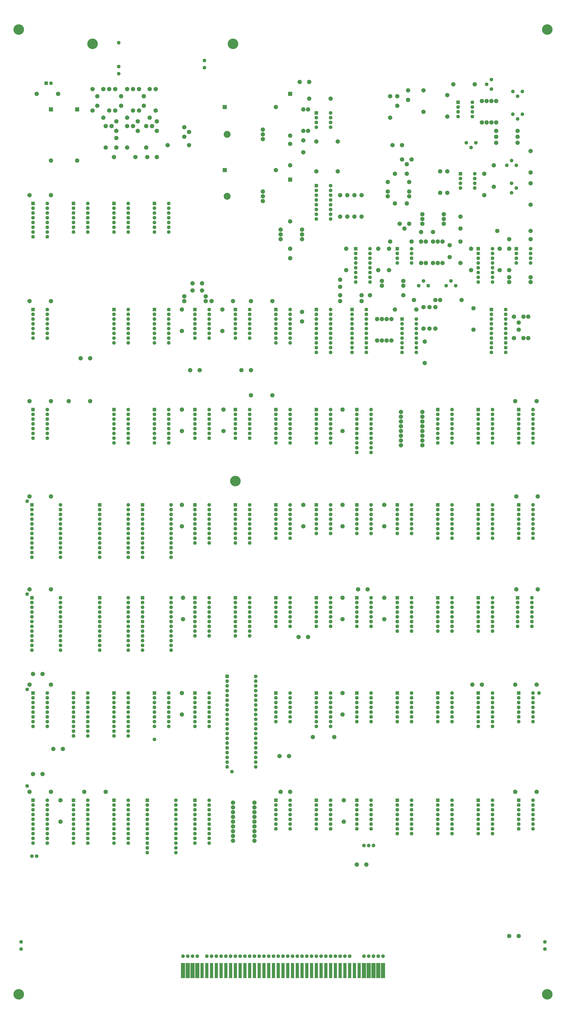
<source format=gbr>
G04 #@! TF.GenerationSoftware,KiCad,Pcbnew,(5.1.5)-3*
G04 #@! TF.CreationDate,2021-04-13T21:01:33-06:00*
G04 #@! TF.ProjectId,Star_Wars_Vector_PCB,53746172-5f57-4617-9273-5f566563746f,rev?*
G04 #@! TF.SameCoordinates,Original*
G04 #@! TF.FileFunction,Soldermask,Bot*
G04 #@! TF.FilePolarity,Negative*
%FSLAX46Y46*%
G04 Gerber Fmt 4.6, Leading zero omitted, Abs format (unit mm)*
G04 Created by KiCad (PCBNEW (5.1.5)-3) date 2021-04-13 21:01:33*
%MOMM*%
%LPD*%
G04 APERTURE LIST*
%ADD10C,5.607000*%
%ADD11C,1.924000*%
%ADD12R,1.924000X1.924000*%
%ADD13C,2.305000*%
%ADD14C,0.100000*%
%ADD15R,2.305000X2.305000*%
%ADD16C,3.702000*%
G04 APERTURE END LIST*
D10*
X30480000Y-567055000D03*
X312420000Y-567055000D03*
X146050000Y-293370000D03*
X30480000Y-52705000D03*
X69850000Y-60325000D03*
X144780000Y-60325000D03*
X312420000Y-52705000D03*
D11*
X34925000Y-304165000D03*
X34925000Y-353695000D03*
X144145000Y-448310000D03*
X102870000Y-431165000D03*
X307975000Y-406400000D03*
X34925000Y-404495000D03*
X40005000Y-493395000D03*
X37465000Y-493395000D03*
X125730000Y-546735000D03*
X123190000Y-546735000D03*
X219710000Y-487680000D03*
X214630000Y-487680000D03*
X217170000Y-487680000D03*
X214630000Y-546735000D03*
X217170000Y-546735000D03*
X146050000Y-546735000D03*
X148590000Y-546735000D03*
X151130000Y-546735000D03*
X153670000Y-546735000D03*
X156210000Y-546735000D03*
X158750000Y-546735000D03*
X161290000Y-546735000D03*
X163830000Y-546735000D03*
X166370000Y-546735000D03*
X168910000Y-546735000D03*
X171450000Y-546735000D03*
X173990000Y-546735000D03*
X176530000Y-546735000D03*
X179070000Y-546735000D03*
X181610000Y-546735000D03*
X184150000Y-546735000D03*
X143510000Y-546735000D03*
X140970000Y-546735000D03*
X138430000Y-546735000D03*
X135890000Y-546735000D03*
X133350000Y-546735000D03*
X130810000Y-546735000D03*
X186690000Y-546735000D03*
X189230000Y-546735000D03*
X191770000Y-546735000D03*
X194310000Y-546735000D03*
X196850000Y-546735000D03*
X199390000Y-546735000D03*
X201930000Y-546735000D03*
X204470000Y-546735000D03*
X207010000Y-546735000D03*
X34925000Y-455930000D03*
X129540000Y-73025000D03*
X129540000Y-69215000D03*
X83820000Y-59690000D03*
X83820000Y-76200000D03*
X83820000Y-72390000D03*
X219710000Y-546735000D03*
X120650000Y-546735000D03*
X118110000Y-546735000D03*
X31750000Y-542925000D03*
X31750000Y-539115000D03*
X222250000Y-546735000D03*
X224790000Y-546735000D03*
X297180000Y-471170000D03*
X297180000Y-468630000D03*
D12*
X297180000Y-463550000D03*
D11*
X297180000Y-466090000D03*
X297180000Y-473710000D03*
X297180000Y-476250000D03*
X297180000Y-478790000D03*
X304800000Y-478790000D03*
X304800000Y-476250000D03*
X304800000Y-473710000D03*
X304800000Y-471170000D03*
X304800000Y-468630000D03*
X304800000Y-466090000D03*
X304800000Y-463550000D03*
X275590000Y-471170000D03*
X275590000Y-468630000D03*
X275590000Y-466090000D03*
D12*
X275590000Y-463550000D03*
D11*
X275590000Y-473710000D03*
X275590000Y-476250000D03*
X275590000Y-478790000D03*
X275590000Y-481330000D03*
X283210000Y-481330000D03*
X283210000Y-478790000D03*
X283210000Y-476250000D03*
X283210000Y-473710000D03*
X283210000Y-471170000D03*
X283210000Y-468630000D03*
X283210000Y-466090000D03*
X283210000Y-463550000D03*
X254000000Y-471170000D03*
X254000000Y-468630000D03*
X254000000Y-466090000D03*
D12*
X254000000Y-463550000D03*
D11*
X254000000Y-473710000D03*
X254000000Y-476250000D03*
X254000000Y-478790000D03*
X254000000Y-481330000D03*
X261620000Y-481330000D03*
X261620000Y-478790000D03*
X261620000Y-476250000D03*
X261620000Y-473710000D03*
X261620000Y-471170000D03*
X261620000Y-468630000D03*
X261620000Y-466090000D03*
X261620000Y-463550000D03*
X232410000Y-471170000D03*
X232410000Y-468630000D03*
X232410000Y-466090000D03*
D12*
X232410000Y-463550000D03*
D11*
X232410000Y-473710000D03*
X232410000Y-476250000D03*
X232410000Y-478790000D03*
X232410000Y-481330000D03*
X240030000Y-481330000D03*
X240030000Y-478790000D03*
X240030000Y-476250000D03*
X240030000Y-473710000D03*
X240030000Y-471170000D03*
X240030000Y-468630000D03*
X240030000Y-466090000D03*
X240030000Y-463550000D03*
X210820000Y-471170000D03*
X210820000Y-468630000D03*
D12*
X210820000Y-463550000D03*
D11*
X210820000Y-466090000D03*
X210820000Y-473710000D03*
X210820000Y-476250000D03*
X210820000Y-478790000D03*
X218440000Y-478790000D03*
X218440000Y-476250000D03*
X218440000Y-473710000D03*
X218440000Y-471170000D03*
X218440000Y-468630000D03*
X218440000Y-466090000D03*
X218440000Y-463550000D03*
X189230000Y-471170000D03*
X189230000Y-468630000D03*
D12*
X189230000Y-463550000D03*
D11*
X189230000Y-466090000D03*
X189230000Y-473710000D03*
X189230000Y-476250000D03*
X189230000Y-478790000D03*
X196850000Y-478790000D03*
X196850000Y-476250000D03*
X196850000Y-473710000D03*
X196850000Y-471170000D03*
X196850000Y-468630000D03*
X196850000Y-466090000D03*
X196850000Y-463550000D03*
D12*
X124460000Y-463550000D03*
D11*
X124460000Y-466090000D03*
X124460000Y-468630000D03*
X124460000Y-471170000D03*
X124460000Y-473710000D03*
X124460000Y-476250000D03*
X124460000Y-478790000D03*
X124460000Y-481330000D03*
X124460000Y-483870000D03*
X124460000Y-486410000D03*
X132080000Y-486410000D03*
X132080000Y-483870000D03*
X132080000Y-481330000D03*
X132080000Y-478790000D03*
X132080000Y-476250000D03*
X132080000Y-473710000D03*
X132080000Y-471170000D03*
X132080000Y-468630000D03*
X132080000Y-466090000D03*
X132080000Y-463550000D03*
D12*
X99060000Y-463550000D03*
D11*
X99060000Y-466090000D03*
X99060000Y-468630000D03*
X99060000Y-471170000D03*
X99060000Y-473710000D03*
X99060000Y-476250000D03*
X99060000Y-478790000D03*
X99060000Y-481330000D03*
X99060000Y-483870000D03*
X99060000Y-486410000D03*
X99060000Y-488950000D03*
X99060000Y-491490000D03*
X114300000Y-491490000D03*
X114300000Y-488950000D03*
X114300000Y-486410000D03*
X114300000Y-483870000D03*
X114300000Y-481330000D03*
X114300000Y-478790000D03*
X114300000Y-476250000D03*
X114300000Y-473710000D03*
X114300000Y-471170000D03*
X114300000Y-468630000D03*
X114300000Y-466090000D03*
X114300000Y-463550000D03*
D12*
X81280000Y-463550000D03*
D11*
X81280000Y-466090000D03*
X81280000Y-468630000D03*
X81280000Y-471170000D03*
X81280000Y-473710000D03*
X81280000Y-476250000D03*
X81280000Y-478790000D03*
X81280000Y-481330000D03*
X81280000Y-483870000D03*
X81280000Y-486410000D03*
X88900000Y-486410000D03*
X88900000Y-483870000D03*
X88900000Y-481330000D03*
X88900000Y-478790000D03*
X88900000Y-476250000D03*
X88900000Y-473710000D03*
X88900000Y-471170000D03*
X88900000Y-468630000D03*
X88900000Y-466090000D03*
X88900000Y-463550000D03*
D12*
X59690000Y-463550000D03*
D11*
X59690000Y-466090000D03*
X59690000Y-468630000D03*
X59690000Y-471170000D03*
X59690000Y-473710000D03*
X59690000Y-476250000D03*
X59690000Y-478790000D03*
X59690000Y-481330000D03*
X59690000Y-483870000D03*
X59690000Y-486410000D03*
X67310000Y-486410000D03*
X67310000Y-483870000D03*
X67310000Y-481330000D03*
X67310000Y-478790000D03*
X67310000Y-476250000D03*
X67310000Y-473710000D03*
X67310000Y-471170000D03*
X67310000Y-468630000D03*
X67310000Y-466090000D03*
X67310000Y-463550000D03*
D12*
X38100000Y-463550000D03*
D11*
X38100000Y-466090000D03*
X38100000Y-468630000D03*
X38100000Y-471170000D03*
X38100000Y-473710000D03*
X38100000Y-476250000D03*
X38100000Y-478790000D03*
X38100000Y-481330000D03*
X38100000Y-483870000D03*
X38100000Y-486410000D03*
X45720000Y-486410000D03*
X45720000Y-483870000D03*
X45720000Y-481330000D03*
X45720000Y-478790000D03*
X45720000Y-476250000D03*
X45720000Y-473710000D03*
X45720000Y-471170000D03*
X45720000Y-468630000D03*
X45720000Y-466090000D03*
X45720000Y-463550000D03*
X297180000Y-414020000D03*
X297180000Y-411480000D03*
D12*
X297180000Y-406400000D03*
D11*
X297180000Y-408940000D03*
X297180000Y-416560000D03*
X297180000Y-419100000D03*
X297180000Y-421640000D03*
X304800000Y-421640000D03*
X304800000Y-419100000D03*
X304800000Y-416560000D03*
X304800000Y-414020000D03*
X304800000Y-411480000D03*
X304800000Y-408940000D03*
X304800000Y-406400000D03*
X275590000Y-414020000D03*
X275590000Y-411480000D03*
X275590000Y-408940000D03*
D12*
X275590000Y-406400000D03*
D11*
X275590000Y-416560000D03*
X275590000Y-419100000D03*
X275590000Y-421640000D03*
X275590000Y-424180000D03*
X283210000Y-424180000D03*
X283210000Y-421640000D03*
X283210000Y-419100000D03*
X283210000Y-416560000D03*
X283210000Y-414020000D03*
X283210000Y-411480000D03*
X283210000Y-408940000D03*
X283210000Y-406400000D03*
X254000000Y-414020000D03*
X254000000Y-411480000D03*
D12*
X254000000Y-406400000D03*
D11*
X254000000Y-408940000D03*
X254000000Y-416560000D03*
X254000000Y-419100000D03*
X254000000Y-421640000D03*
X261620000Y-421640000D03*
X261620000Y-419100000D03*
X261620000Y-416560000D03*
X261620000Y-414020000D03*
X261620000Y-411480000D03*
X261620000Y-408940000D03*
X261620000Y-406400000D03*
X232410000Y-414020000D03*
X232410000Y-411480000D03*
D12*
X232410000Y-406400000D03*
D11*
X232410000Y-408940000D03*
X232410000Y-416560000D03*
X232410000Y-419100000D03*
X232410000Y-421640000D03*
X240030000Y-421640000D03*
X240030000Y-419100000D03*
X240030000Y-416560000D03*
X240030000Y-414020000D03*
X240030000Y-411480000D03*
X240030000Y-408940000D03*
X240030000Y-406400000D03*
X210820000Y-414020000D03*
X210820000Y-411480000D03*
D12*
X210820000Y-406400000D03*
D11*
X210820000Y-408940000D03*
X210820000Y-416560000D03*
X210820000Y-419100000D03*
X210820000Y-421640000D03*
X218440000Y-421640000D03*
X218440000Y-419100000D03*
X218440000Y-416560000D03*
X218440000Y-414020000D03*
X218440000Y-411480000D03*
X218440000Y-408940000D03*
X218440000Y-406400000D03*
X189230000Y-414020000D03*
X189230000Y-411480000D03*
X189230000Y-408940000D03*
D12*
X189230000Y-406400000D03*
D11*
X189230000Y-416560000D03*
X189230000Y-419100000D03*
X189230000Y-421640000D03*
X189230000Y-424180000D03*
X196850000Y-424180000D03*
X196850000Y-421640000D03*
X196850000Y-419100000D03*
X196850000Y-416560000D03*
X196850000Y-414020000D03*
X196850000Y-411480000D03*
X196850000Y-408940000D03*
X196850000Y-406400000D03*
X167640000Y-414020000D03*
X167640000Y-411480000D03*
D12*
X167640000Y-406400000D03*
D11*
X167640000Y-408940000D03*
X167640000Y-416560000D03*
X167640000Y-419100000D03*
X167640000Y-421640000D03*
X175260000Y-421640000D03*
X175260000Y-419100000D03*
X175260000Y-416560000D03*
X175260000Y-414020000D03*
X175260000Y-411480000D03*
X175260000Y-408940000D03*
X175260000Y-406400000D03*
X156845000Y-427990000D03*
X156845000Y-430530000D03*
X156845000Y-433070000D03*
X156845000Y-435610000D03*
X156845000Y-438150000D03*
X156845000Y-440690000D03*
X156845000Y-443230000D03*
X156845000Y-445770000D03*
X141605000Y-445770000D03*
X141605000Y-443230000D03*
X141605000Y-440690000D03*
X141605000Y-438150000D03*
X141605000Y-435610000D03*
X141605000Y-433070000D03*
X141605000Y-430530000D03*
X141605000Y-427990000D03*
D12*
X141605000Y-397510000D03*
D11*
X141605000Y-400050000D03*
X141605000Y-402590000D03*
X141605000Y-405130000D03*
X141605000Y-407670000D03*
X141605000Y-410210000D03*
X141605000Y-412750000D03*
X141605000Y-415290000D03*
X141605000Y-417830000D03*
X141605000Y-420370000D03*
X141605000Y-422910000D03*
X141605000Y-425450000D03*
X156845000Y-425450000D03*
X156845000Y-422910000D03*
X156845000Y-420370000D03*
X156845000Y-417830000D03*
X156845000Y-415290000D03*
X156845000Y-412750000D03*
X156845000Y-410210000D03*
X156845000Y-407670000D03*
X156845000Y-405130000D03*
X156845000Y-402590000D03*
X156845000Y-400050000D03*
X156845000Y-397510000D03*
X124460000Y-414020000D03*
X124460000Y-411480000D03*
X124460000Y-408940000D03*
D12*
X124460000Y-406400000D03*
D11*
X124460000Y-416560000D03*
X124460000Y-419100000D03*
X124460000Y-421640000D03*
X124460000Y-424180000D03*
X132080000Y-424180000D03*
X132080000Y-421640000D03*
X132080000Y-419100000D03*
X132080000Y-416560000D03*
X132080000Y-414020000D03*
X132080000Y-411480000D03*
X132080000Y-408940000D03*
X132080000Y-406400000D03*
X102870000Y-414020000D03*
X102870000Y-411480000D03*
X102870000Y-408940000D03*
D12*
X102870000Y-406400000D03*
D11*
X102870000Y-416560000D03*
X102870000Y-419100000D03*
X102870000Y-421640000D03*
X102870000Y-424180000D03*
X110490000Y-424180000D03*
X110490000Y-421640000D03*
X110490000Y-419100000D03*
X110490000Y-416560000D03*
X110490000Y-414020000D03*
X110490000Y-411480000D03*
X110490000Y-408940000D03*
X110490000Y-406400000D03*
D12*
X81280000Y-406400000D03*
D11*
X81280000Y-408940000D03*
X81280000Y-411480000D03*
X81280000Y-414020000D03*
X81280000Y-416560000D03*
X81280000Y-419100000D03*
X81280000Y-421640000D03*
X81280000Y-424180000D03*
X81280000Y-426720000D03*
X81280000Y-429260000D03*
X88900000Y-429260000D03*
X88900000Y-426720000D03*
X88900000Y-424180000D03*
X88900000Y-421640000D03*
X88900000Y-419100000D03*
X88900000Y-416560000D03*
X88900000Y-414020000D03*
X88900000Y-411480000D03*
X88900000Y-408940000D03*
X88900000Y-406400000D03*
D12*
X59690000Y-406400000D03*
D11*
X59690000Y-408940000D03*
X59690000Y-411480000D03*
X59690000Y-414020000D03*
X59690000Y-416560000D03*
X59690000Y-419100000D03*
X59690000Y-421640000D03*
X59690000Y-424180000D03*
X59690000Y-426720000D03*
X59690000Y-429260000D03*
X67310000Y-429260000D03*
X67310000Y-426720000D03*
X67310000Y-424180000D03*
X67310000Y-421640000D03*
X67310000Y-419100000D03*
X67310000Y-416560000D03*
X67310000Y-414020000D03*
X67310000Y-411480000D03*
X67310000Y-408940000D03*
X67310000Y-406400000D03*
X38100000Y-414020000D03*
X38100000Y-411480000D03*
X38100000Y-408940000D03*
D12*
X38100000Y-406400000D03*
D11*
X38100000Y-416560000D03*
X38100000Y-419100000D03*
X38100000Y-421640000D03*
X38100000Y-424180000D03*
X45720000Y-424180000D03*
X45720000Y-421640000D03*
X45720000Y-419100000D03*
X45720000Y-416560000D03*
X45720000Y-414020000D03*
X45720000Y-411480000D03*
X45720000Y-408940000D03*
X45720000Y-406400000D03*
X296545000Y-363220000D03*
X296545000Y-360680000D03*
D12*
X296545000Y-355600000D03*
D11*
X296545000Y-358140000D03*
X296545000Y-365760000D03*
X296545000Y-368300000D03*
X296545000Y-370840000D03*
X304165000Y-370840000D03*
X304165000Y-368300000D03*
X304165000Y-365760000D03*
X304165000Y-363220000D03*
X304165000Y-360680000D03*
X304165000Y-358140000D03*
X304165000Y-355600000D03*
X275590000Y-363220000D03*
X275590000Y-360680000D03*
X275590000Y-358140000D03*
D12*
X275590000Y-355600000D03*
D11*
X275590000Y-365760000D03*
X275590000Y-368300000D03*
X275590000Y-370840000D03*
X275590000Y-373380000D03*
X283210000Y-373380000D03*
X283210000Y-370840000D03*
X283210000Y-368300000D03*
X283210000Y-365760000D03*
X283210000Y-363220000D03*
X283210000Y-360680000D03*
X283210000Y-358140000D03*
X283210000Y-355600000D03*
X254000000Y-363220000D03*
X254000000Y-360680000D03*
X254000000Y-358140000D03*
D12*
X254000000Y-355600000D03*
D11*
X254000000Y-365760000D03*
X254000000Y-368300000D03*
X254000000Y-370840000D03*
X254000000Y-373380000D03*
X261620000Y-373380000D03*
X261620000Y-370840000D03*
X261620000Y-368300000D03*
X261620000Y-365760000D03*
X261620000Y-363220000D03*
X261620000Y-360680000D03*
X261620000Y-358140000D03*
X261620000Y-355600000D03*
X232410000Y-363220000D03*
X232410000Y-360680000D03*
X232410000Y-358140000D03*
D12*
X232410000Y-355600000D03*
D11*
X232410000Y-365760000D03*
X232410000Y-368300000D03*
X232410000Y-370840000D03*
X232410000Y-373380000D03*
X240030000Y-373380000D03*
X240030000Y-370840000D03*
X240030000Y-368300000D03*
X240030000Y-365760000D03*
X240030000Y-363220000D03*
X240030000Y-360680000D03*
X240030000Y-358140000D03*
X240030000Y-355600000D03*
X210820000Y-363220000D03*
X210820000Y-360680000D03*
D12*
X210820000Y-355600000D03*
D11*
X210820000Y-358140000D03*
X210820000Y-365760000D03*
X210820000Y-368300000D03*
X210820000Y-370840000D03*
X218440000Y-370840000D03*
X218440000Y-368300000D03*
X218440000Y-365760000D03*
X218440000Y-363220000D03*
X218440000Y-360680000D03*
X218440000Y-358140000D03*
X218440000Y-355600000D03*
X189230000Y-363220000D03*
X189230000Y-360680000D03*
D12*
X189230000Y-355600000D03*
D11*
X189230000Y-358140000D03*
X189230000Y-365760000D03*
X189230000Y-368300000D03*
X189230000Y-370840000D03*
X196850000Y-370840000D03*
X196850000Y-368300000D03*
X196850000Y-365760000D03*
X196850000Y-363220000D03*
X196850000Y-360680000D03*
X196850000Y-358140000D03*
X196850000Y-355600000D03*
X167640000Y-363220000D03*
X167640000Y-360680000D03*
D12*
X167640000Y-355600000D03*
D11*
X167640000Y-358140000D03*
X167640000Y-365760000D03*
X167640000Y-368300000D03*
X167640000Y-370840000D03*
X175260000Y-370840000D03*
X175260000Y-368300000D03*
X175260000Y-365760000D03*
X175260000Y-363220000D03*
X175260000Y-360680000D03*
X175260000Y-358140000D03*
X175260000Y-355600000D03*
X146050000Y-365760000D03*
X146050000Y-363220000D03*
X146050000Y-360680000D03*
X146050000Y-358140000D03*
D12*
X146050000Y-355600000D03*
D11*
X146050000Y-368300000D03*
X146050000Y-370840000D03*
X146050000Y-373380000D03*
X146050000Y-375920000D03*
X153670000Y-375920000D03*
X153670000Y-373380000D03*
X153670000Y-370840000D03*
X153670000Y-368300000D03*
X153670000Y-365760000D03*
X153670000Y-363220000D03*
X153670000Y-360680000D03*
X153670000Y-358140000D03*
X153670000Y-355600000D03*
X124460000Y-365760000D03*
X124460000Y-363220000D03*
X124460000Y-360680000D03*
X124460000Y-358140000D03*
D12*
X124460000Y-355600000D03*
D11*
X124460000Y-368300000D03*
X124460000Y-370840000D03*
X124460000Y-373380000D03*
X124460000Y-375920000D03*
X132080000Y-375920000D03*
X132080000Y-373380000D03*
X132080000Y-370840000D03*
X132080000Y-368300000D03*
X132080000Y-365760000D03*
X132080000Y-363220000D03*
X132080000Y-360680000D03*
X132080000Y-358140000D03*
X132080000Y-355600000D03*
D12*
X96520000Y-355600000D03*
D11*
X96520000Y-358140000D03*
X96520000Y-360680000D03*
X96520000Y-363220000D03*
X96520000Y-365760000D03*
X96520000Y-368300000D03*
X96520000Y-370840000D03*
X96520000Y-373380000D03*
X96520000Y-375920000D03*
X96520000Y-378460000D03*
X96520000Y-381000000D03*
X96520000Y-383540000D03*
X111760000Y-383540000D03*
X111760000Y-381000000D03*
X111760000Y-378460000D03*
X111760000Y-375920000D03*
X111760000Y-373380000D03*
X111760000Y-370840000D03*
X111760000Y-368300000D03*
X111760000Y-365760000D03*
X111760000Y-363220000D03*
X111760000Y-360680000D03*
X111760000Y-358140000D03*
X111760000Y-355600000D03*
D12*
X73660000Y-355600000D03*
D11*
X73660000Y-358140000D03*
X73660000Y-360680000D03*
X73660000Y-363220000D03*
X73660000Y-365760000D03*
X73660000Y-368300000D03*
X73660000Y-370840000D03*
X73660000Y-373380000D03*
X73660000Y-375920000D03*
X73660000Y-378460000D03*
X73660000Y-381000000D03*
X73660000Y-383540000D03*
X88900000Y-383540000D03*
X88900000Y-381000000D03*
X88900000Y-378460000D03*
X88900000Y-375920000D03*
X88900000Y-373380000D03*
X88900000Y-370840000D03*
X88900000Y-368300000D03*
X88900000Y-365760000D03*
X88900000Y-363220000D03*
X88900000Y-360680000D03*
X88900000Y-358140000D03*
X88900000Y-355600000D03*
D12*
X37465000Y-355600000D03*
D11*
X37465000Y-358140000D03*
X37465000Y-360680000D03*
X37465000Y-363220000D03*
X37465000Y-365760000D03*
X37465000Y-368300000D03*
X37465000Y-370840000D03*
X37465000Y-373380000D03*
X37465000Y-375920000D03*
X37465000Y-378460000D03*
X37465000Y-381000000D03*
X37465000Y-383540000D03*
X52705000Y-383540000D03*
X52705000Y-381000000D03*
X52705000Y-378460000D03*
X52705000Y-375920000D03*
X52705000Y-373380000D03*
X52705000Y-370840000D03*
X52705000Y-368300000D03*
X52705000Y-365760000D03*
X52705000Y-363220000D03*
X52705000Y-360680000D03*
X52705000Y-358140000D03*
X52705000Y-355600000D03*
X297180000Y-313690000D03*
X297180000Y-311150000D03*
X297180000Y-308610000D03*
D12*
X297180000Y-306070000D03*
D11*
X297180000Y-316230000D03*
X297180000Y-318770000D03*
X297180000Y-321310000D03*
X297180000Y-323850000D03*
X304800000Y-323850000D03*
X304800000Y-321310000D03*
X304800000Y-318770000D03*
X304800000Y-316230000D03*
X304800000Y-313690000D03*
X304800000Y-311150000D03*
X304800000Y-308610000D03*
X304800000Y-306070000D03*
X275590000Y-313690000D03*
X275590000Y-311150000D03*
X275590000Y-308610000D03*
D12*
X275590000Y-306070000D03*
D11*
X275590000Y-316230000D03*
X275590000Y-318770000D03*
X275590000Y-321310000D03*
X275590000Y-323850000D03*
X283210000Y-323850000D03*
X283210000Y-321310000D03*
X283210000Y-318770000D03*
X283210000Y-316230000D03*
X283210000Y-313690000D03*
X283210000Y-311150000D03*
X283210000Y-308610000D03*
X283210000Y-306070000D03*
X254000000Y-313690000D03*
X254000000Y-311150000D03*
X254000000Y-308610000D03*
D12*
X254000000Y-306070000D03*
D11*
X254000000Y-316230000D03*
X254000000Y-318770000D03*
X254000000Y-321310000D03*
X254000000Y-323850000D03*
X261620000Y-323850000D03*
X261620000Y-321310000D03*
X261620000Y-318770000D03*
X261620000Y-316230000D03*
X261620000Y-313690000D03*
X261620000Y-311150000D03*
X261620000Y-308610000D03*
X261620000Y-306070000D03*
X232410000Y-313690000D03*
X232410000Y-311150000D03*
D12*
X232410000Y-306070000D03*
D11*
X232410000Y-308610000D03*
X232410000Y-316230000D03*
X232410000Y-318770000D03*
X232410000Y-321310000D03*
X240030000Y-321310000D03*
X240030000Y-318770000D03*
X240030000Y-316230000D03*
X240030000Y-313690000D03*
X240030000Y-311150000D03*
X240030000Y-308610000D03*
X240030000Y-306070000D03*
X210820000Y-313690000D03*
X210820000Y-311150000D03*
D12*
X210820000Y-306070000D03*
D11*
X210820000Y-308610000D03*
X210820000Y-316230000D03*
X210820000Y-318770000D03*
X210820000Y-321310000D03*
X218440000Y-321310000D03*
X218440000Y-318770000D03*
X218440000Y-316230000D03*
X218440000Y-313690000D03*
X218440000Y-311150000D03*
X218440000Y-308610000D03*
X218440000Y-306070000D03*
X189230000Y-313690000D03*
X189230000Y-311150000D03*
D12*
X189230000Y-306070000D03*
D11*
X189230000Y-308610000D03*
X189230000Y-316230000D03*
X189230000Y-318770000D03*
X189230000Y-321310000D03*
X196850000Y-321310000D03*
X196850000Y-318770000D03*
X196850000Y-316230000D03*
X196850000Y-313690000D03*
X196850000Y-311150000D03*
X196850000Y-308610000D03*
X196850000Y-306070000D03*
X167640000Y-313690000D03*
X167640000Y-311150000D03*
X167640000Y-308610000D03*
D12*
X167640000Y-306070000D03*
D11*
X167640000Y-316230000D03*
X167640000Y-318770000D03*
X167640000Y-321310000D03*
X167640000Y-323850000D03*
X175260000Y-323850000D03*
X175260000Y-321310000D03*
X175260000Y-318770000D03*
X175260000Y-316230000D03*
X175260000Y-313690000D03*
X175260000Y-311150000D03*
X175260000Y-308610000D03*
X175260000Y-306070000D03*
X146050000Y-316230000D03*
X146050000Y-313690000D03*
X146050000Y-311150000D03*
X146050000Y-308610000D03*
D12*
X146050000Y-306070000D03*
D11*
X146050000Y-318770000D03*
X146050000Y-321310000D03*
X146050000Y-323850000D03*
X146050000Y-326390000D03*
X153670000Y-326390000D03*
X153670000Y-323850000D03*
X153670000Y-321310000D03*
X153670000Y-318770000D03*
X153670000Y-316230000D03*
X153670000Y-313690000D03*
X153670000Y-311150000D03*
X153670000Y-308610000D03*
X153670000Y-306070000D03*
X124460000Y-316230000D03*
X124460000Y-313690000D03*
X124460000Y-311150000D03*
X124460000Y-308610000D03*
D12*
X124460000Y-306070000D03*
D11*
X124460000Y-318770000D03*
X124460000Y-321310000D03*
X124460000Y-323850000D03*
X124460000Y-326390000D03*
X132080000Y-326390000D03*
X132080000Y-323850000D03*
X132080000Y-321310000D03*
X132080000Y-318770000D03*
X132080000Y-316230000D03*
X132080000Y-313690000D03*
X132080000Y-311150000D03*
X132080000Y-308610000D03*
X132080000Y-306070000D03*
D12*
X96520000Y-306070000D03*
D11*
X96520000Y-308610000D03*
X96520000Y-311150000D03*
X96520000Y-313690000D03*
X96520000Y-316230000D03*
X96520000Y-318770000D03*
X96520000Y-321310000D03*
X96520000Y-323850000D03*
X96520000Y-326390000D03*
X96520000Y-328930000D03*
X96520000Y-331470000D03*
X96520000Y-334010000D03*
X111760000Y-334010000D03*
X111760000Y-331470000D03*
X111760000Y-328930000D03*
X111760000Y-326390000D03*
X111760000Y-323850000D03*
X111760000Y-321310000D03*
X111760000Y-318770000D03*
X111760000Y-316230000D03*
X111760000Y-313690000D03*
X111760000Y-311150000D03*
X111760000Y-308610000D03*
X111760000Y-306070000D03*
D12*
X73660000Y-306070000D03*
D11*
X73660000Y-308610000D03*
X73660000Y-311150000D03*
X73660000Y-313690000D03*
X73660000Y-316230000D03*
X73660000Y-318770000D03*
X73660000Y-321310000D03*
X73660000Y-323850000D03*
X73660000Y-326390000D03*
X73660000Y-328930000D03*
X73660000Y-331470000D03*
X73660000Y-334010000D03*
X88900000Y-334010000D03*
X88900000Y-331470000D03*
X88900000Y-328930000D03*
X88900000Y-326390000D03*
X88900000Y-323850000D03*
X88900000Y-321310000D03*
X88900000Y-318770000D03*
X88900000Y-316230000D03*
X88900000Y-313690000D03*
X88900000Y-311150000D03*
X88900000Y-308610000D03*
X88900000Y-306070000D03*
D12*
X37465000Y-306070000D03*
D11*
X37465000Y-308610000D03*
X37465000Y-311150000D03*
X37465000Y-313690000D03*
X37465000Y-316230000D03*
X37465000Y-318770000D03*
X37465000Y-321310000D03*
X37465000Y-323850000D03*
X37465000Y-326390000D03*
X37465000Y-328930000D03*
X37465000Y-331470000D03*
X37465000Y-334010000D03*
X52705000Y-334010000D03*
X52705000Y-331470000D03*
X52705000Y-328930000D03*
X52705000Y-326390000D03*
X52705000Y-323850000D03*
X52705000Y-321310000D03*
X52705000Y-318770000D03*
X52705000Y-316230000D03*
X52705000Y-313690000D03*
X52705000Y-311150000D03*
X52705000Y-308610000D03*
X52705000Y-306070000D03*
X297180000Y-262890000D03*
X297180000Y-260350000D03*
X297180000Y-257810000D03*
D12*
X297180000Y-255270000D03*
D11*
X297180000Y-265430000D03*
X297180000Y-267970000D03*
X297180000Y-270510000D03*
X297180000Y-273050000D03*
X304800000Y-273050000D03*
X304800000Y-270510000D03*
X304800000Y-267970000D03*
X304800000Y-265430000D03*
X304800000Y-262890000D03*
X304800000Y-260350000D03*
X304800000Y-257810000D03*
X304800000Y-255270000D03*
X275590000Y-262890000D03*
X275590000Y-260350000D03*
X275590000Y-257810000D03*
D12*
X275590000Y-255270000D03*
D11*
X275590000Y-265430000D03*
X275590000Y-267970000D03*
X275590000Y-270510000D03*
X275590000Y-273050000D03*
X283210000Y-273050000D03*
X283210000Y-270510000D03*
X283210000Y-267970000D03*
X283210000Y-265430000D03*
X283210000Y-262890000D03*
X283210000Y-260350000D03*
X283210000Y-257810000D03*
X283210000Y-255270000D03*
X254000000Y-262890000D03*
X254000000Y-260350000D03*
X254000000Y-257810000D03*
D12*
X254000000Y-255270000D03*
D11*
X254000000Y-265430000D03*
X254000000Y-267970000D03*
X254000000Y-270510000D03*
X254000000Y-273050000D03*
X261620000Y-273050000D03*
X261620000Y-270510000D03*
X261620000Y-267970000D03*
X261620000Y-265430000D03*
X261620000Y-262890000D03*
X261620000Y-260350000D03*
X261620000Y-257810000D03*
X261620000Y-255270000D03*
D12*
X210820000Y-255270000D03*
D11*
X210820000Y-257810000D03*
X210820000Y-260350000D03*
X210820000Y-262890000D03*
X210820000Y-265430000D03*
X210820000Y-267970000D03*
X210820000Y-270510000D03*
X210820000Y-273050000D03*
X210820000Y-275590000D03*
X210820000Y-278130000D03*
X218440000Y-278130000D03*
X218440000Y-275590000D03*
X218440000Y-273050000D03*
X218440000Y-270510000D03*
X218440000Y-267970000D03*
X218440000Y-265430000D03*
X218440000Y-262890000D03*
X218440000Y-260350000D03*
X218440000Y-257810000D03*
X218440000Y-255270000D03*
X189230000Y-262890000D03*
X189230000Y-260350000D03*
X189230000Y-257810000D03*
D12*
X189230000Y-255270000D03*
D11*
X189230000Y-265430000D03*
X189230000Y-267970000D03*
X189230000Y-270510000D03*
X189230000Y-273050000D03*
X196850000Y-273050000D03*
X196850000Y-270510000D03*
X196850000Y-267970000D03*
X196850000Y-265430000D03*
X196850000Y-262890000D03*
X196850000Y-260350000D03*
X196850000Y-257810000D03*
X196850000Y-255270000D03*
X167640000Y-262890000D03*
X167640000Y-260350000D03*
X167640000Y-257810000D03*
D12*
X167640000Y-255270000D03*
D11*
X167640000Y-265430000D03*
X167640000Y-267970000D03*
X167640000Y-270510000D03*
X167640000Y-273050000D03*
X175260000Y-273050000D03*
X175260000Y-270510000D03*
X175260000Y-267970000D03*
X175260000Y-265430000D03*
X175260000Y-262890000D03*
X175260000Y-260350000D03*
X175260000Y-257810000D03*
X175260000Y-255270000D03*
X146050000Y-262890000D03*
X146050000Y-260350000D03*
D12*
X146050000Y-255270000D03*
D11*
X146050000Y-257810000D03*
X146050000Y-265430000D03*
X146050000Y-267970000D03*
X146050000Y-270510000D03*
X153670000Y-270510000D03*
X153670000Y-267970000D03*
X153670000Y-265430000D03*
X153670000Y-262890000D03*
X153670000Y-260350000D03*
X153670000Y-257810000D03*
X153670000Y-255270000D03*
X124460000Y-262890000D03*
X124460000Y-260350000D03*
D12*
X124460000Y-255270000D03*
D11*
X124460000Y-257810000D03*
X124460000Y-265430000D03*
X124460000Y-267970000D03*
X124460000Y-270510000D03*
X132080000Y-270510000D03*
X132080000Y-267970000D03*
X132080000Y-265430000D03*
X132080000Y-262890000D03*
X132080000Y-260350000D03*
X132080000Y-257810000D03*
X132080000Y-255270000D03*
X102870000Y-262890000D03*
X102870000Y-260350000D03*
X102870000Y-257810000D03*
D12*
X102870000Y-255270000D03*
D11*
X102870000Y-265430000D03*
X102870000Y-267970000D03*
X102870000Y-270510000D03*
X102870000Y-273050000D03*
X110490000Y-273050000D03*
X110490000Y-270510000D03*
X110490000Y-267970000D03*
X110490000Y-265430000D03*
X110490000Y-262890000D03*
X110490000Y-260350000D03*
X110490000Y-257810000D03*
X110490000Y-255270000D03*
X81280000Y-262890000D03*
X81280000Y-260350000D03*
X81280000Y-257810000D03*
D12*
X81280000Y-255270000D03*
D11*
X81280000Y-265430000D03*
X81280000Y-267970000D03*
X81280000Y-270510000D03*
X81280000Y-273050000D03*
X88900000Y-273050000D03*
X88900000Y-270510000D03*
X88900000Y-267970000D03*
X88900000Y-265430000D03*
X88900000Y-262890000D03*
X88900000Y-260350000D03*
X88900000Y-257810000D03*
X88900000Y-255270000D03*
X38100000Y-262890000D03*
X38100000Y-260350000D03*
D12*
X38100000Y-255270000D03*
D11*
X38100000Y-257810000D03*
X38100000Y-265430000D03*
X38100000Y-267970000D03*
X38100000Y-270510000D03*
X45720000Y-270510000D03*
X45720000Y-267970000D03*
X45720000Y-265430000D03*
X45720000Y-262890000D03*
X45720000Y-260350000D03*
X45720000Y-257810000D03*
X45720000Y-255270000D03*
D12*
X282575000Y-201930000D03*
D11*
X282575000Y-204470000D03*
X282575000Y-207010000D03*
X282575000Y-209550000D03*
X282575000Y-212090000D03*
X282575000Y-214630000D03*
X282575000Y-217170000D03*
X282575000Y-219710000D03*
X282575000Y-222250000D03*
X282575000Y-224790000D03*
X290195000Y-224790000D03*
X290195000Y-222250000D03*
X290195000Y-219710000D03*
X290195000Y-217170000D03*
X290195000Y-214630000D03*
X290195000Y-212090000D03*
X290195000Y-209550000D03*
X290195000Y-207010000D03*
X290195000Y-204470000D03*
X290195000Y-201930000D03*
X242570000Y-207010000D03*
X242570000Y-209550000D03*
X242570000Y-212090000D03*
X242570000Y-214630000D03*
X242570000Y-217170000D03*
X242570000Y-219710000D03*
X242570000Y-222250000D03*
X242570000Y-224790000D03*
X234950000Y-224790000D03*
X234950000Y-222250000D03*
X234950000Y-219710000D03*
X234950000Y-217170000D03*
D12*
X234950000Y-207010000D03*
D11*
X234950000Y-209550000D03*
X234950000Y-212090000D03*
X234950000Y-214630000D03*
D12*
X208280000Y-201930000D03*
D11*
X208280000Y-204470000D03*
X208280000Y-207010000D03*
X208280000Y-209550000D03*
X208280000Y-212090000D03*
X208280000Y-214630000D03*
X208280000Y-217170000D03*
X208280000Y-219710000D03*
X208280000Y-222250000D03*
X208280000Y-224790000D03*
X215900000Y-224790000D03*
X215900000Y-222250000D03*
X215900000Y-219710000D03*
X215900000Y-217170000D03*
X215900000Y-214630000D03*
X215900000Y-212090000D03*
X215900000Y-209550000D03*
X215900000Y-207010000D03*
X215900000Y-204470000D03*
X215900000Y-201930000D03*
D12*
X189230000Y-201930000D03*
D11*
X189230000Y-204470000D03*
X189230000Y-207010000D03*
X189230000Y-209550000D03*
X189230000Y-212090000D03*
X189230000Y-214630000D03*
X189230000Y-217170000D03*
X189230000Y-219710000D03*
X189230000Y-222250000D03*
X189230000Y-224790000D03*
X196850000Y-224790000D03*
X196850000Y-222250000D03*
X196850000Y-219710000D03*
X196850000Y-217170000D03*
X196850000Y-214630000D03*
X196850000Y-212090000D03*
X196850000Y-209550000D03*
X196850000Y-207010000D03*
X196850000Y-204470000D03*
X196850000Y-201930000D03*
X167640000Y-209550000D03*
X167640000Y-207010000D03*
X167640000Y-204470000D03*
D12*
X167640000Y-201930000D03*
D11*
X167640000Y-212090000D03*
X167640000Y-214630000D03*
X167640000Y-217170000D03*
X167640000Y-219710000D03*
X175260000Y-219710000D03*
X175260000Y-217170000D03*
X175260000Y-214630000D03*
X175260000Y-212090000D03*
X175260000Y-209550000D03*
X175260000Y-207010000D03*
X175260000Y-204470000D03*
X175260000Y-201930000D03*
X146050000Y-209550000D03*
X146050000Y-207010000D03*
D12*
X146050000Y-201930000D03*
D11*
X146050000Y-204470000D03*
X146050000Y-212090000D03*
X146050000Y-214630000D03*
X146050000Y-217170000D03*
X153670000Y-217170000D03*
X153670000Y-214630000D03*
X153670000Y-212090000D03*
X153670000Y-209550000D03*
X153670000Y-207010000D03*
X153670000Y-204470000D03*
X153670000Y-201930000D03*
X124460000Y-209550000D03*
X124460000Y-207010000D03*
D12*
X124460000Y-201930000D03*
D11*
X124460000Y-204470000D03*
X124460000Y-212090000D03*
X124460000Y-214630000D03*
X124460000Y-217170000D03*
X132080000Y-217170000D03*
X132080000Y-214630000D03*
X132080000Y-212090000D03*
X132080000Y-209550000D03*
X132080000Y-207010000D03*
X132080000Y-204470000D03*
X132080000Y-201930000D03*
X102870000Y-209550000D03*
X102870000Y-207010000D03*
X102870000Y-204470000D03*
D12*
X102870000Y-201930000D03*
D11*
X102870000Y-212090000D03*
X102870000Y-214630000D03*
X102870000Y-217170000D03*
X102870000Y-219710000D03*
X110490000Y-219710000D03*
X110490000Y-217170000D03*
X110490000Y-214630000D03*
X110490000Y-212090000D03*
X110490000Y-209550000D03*
X110490000Y-207010000D03*
X110490000Y-204470000D03*
X110490000Y-201930000D03*
X81280000Y-209550000D03*
X81280000Y-207010000D03*
X81280000Y-204470000D03*
D12*
X81280000Y-201930000D03*
D11*
X81280000Y-212090000D03*
X81280000Y-214630000D03*
X81280000Y-217170000D03*
X81280000Y-219710000D03*
X88900000Y-219710000D03*
X88900000Y-217170000D03*
X88900000Y-214630000D03*
X88900000Y-212090000D03*
X88900000Y-209550000D03*
X88900000Y-207010000D03*
X88900000Y-204470000D03*
X88900000Y-201930000D03*
X38100000Y-209550000D03*
X38100000Y-207010000D03*
D12*
X38100000Y-201930000D03*
D11*
X38100000Y-204470000D03*
X38100000Y-212090000D03*
X38100000Y-214630000D03*
X38100000Y-217170000D03*
X45720000Y-217170000D03*
X45720000Y-214630000D03*
X45720000Y-212090000D03*
X45720000Y-209550000D03*
X45720000Y-207010000D03*
X45720000Y-204470000D03*
X45720000Y-201930000D03*
X295910000Y-172085000D03*
D12*
X295910000Y-169545000D03*
D11*
X295910000Y-174625000D03*
X295910000Y-177165000D03*
X303530000Y-177165000D03*
X303530000Y-174625000D03*
X303530000Y-172085000D03*
X303530000Y-169545000D03*
X275590000Y-177165000D03*
X275590000Y-174625000D03*
X275590000Y-172085000D03*
D12*
X275590000Y-169545000D03*
D11*
X275590000Y-179705000D03*
X275590000Y-182245000D03*
X275590000Y-184785000D03*
X275590000Y-187325000D03*
X283210000Y-187325000D03*
X283210000Y-184785000D03*
X283210000Y-182245000D03*
X283210000Y-179705000D03*
X283210000Y-177165000D03*
X283210000Y-174625000D03*
X283210000Y-172085000D03*
X283210000Y-169545000D03*
X232410000Y-172085000D03*
D12*
X232410000Y-169545000D03*
D11*
X232410000Y-174625000D03*
X232410000Y-177165000D03*
X240030000Y-177165000D03*
X240030000Y-174625000D03*
X240030000Y-172085000D03*
X240030000Y-169545000D03*
X210185000Y-177165000D03*
X210185000Y-174625000D03*
X210185000Y-172085000D03*
D12*
X210185000Y-169545000D03*
D11*
X210185000Y-179705000D03*
X210185000Y-182245000D03*
X210185000Y-184785000D03*
X210185000Y-187325000D03*
X217805000Y-187325000D03*
X217805000Y-184785000D03*
X217805000Y-182245000D03*
X217805000Y-179705000D03*
X217805000Y-177165000D03*
X217805000Y-174625000D03*
X217805000Y-172085000D03*
X217805000Y-169545000D03*
X266065000Y-132080000D03*
D12*
X266065000Y-129540000D03*
D11*
X266065000Y-134620000D03*
X266065000Y-137160000D03*
X273685000Y-137160000D03*
X273685000Y-134620000D03*
X273685000Y-132080000D03*
X273685000Y-129540000D03*
X264795000Y-93980000D03*
D12*
X264795000Y-91440000D03*
D11*
X264795000Y-96520000D03*
X264795000Y-99060000D03*
X272415000Y-99060000D03*
X272415000Y-96520000D03*
X272415000Y-93980000D03*
X272415000Y-91440000D03*
X189230000Y-143510000D03*
X189230000Y-140970000D03*
X189230000Y-138430000D03*
D12*
X189230000Y-135890000D03*
D11*
X189230000Y-146050000D03*
X189230000Y-148590000D03*
X189230000Y-151130000D03*
X189230000Y-153670000D03*
X196850000Y-153670000D03*
X196850000Y-151130000D03*
X196850000Y-148590000D03*
X196850000Y-146050000D03*
X196850000Y-143510000D03*
X196850000Y-140970000D03*
X196850000Y-138430000D03*
X196850000Y-135890000D03*
X189230000Y-99695000D03*
D12*
X189230000Y-97155000D03*
D11*
X189230000Y-102235000D03*
X189230000Y-104775000D03*
X196850000Y-104775000D03*
X196850000Y-102235000D03*
X196850000Y-99695000D03*
X196850000Y-97155000D03*
X102870000Y-153035000D03*
X102870000Y-150495000D03*
D12*
X102870000Y-145415000D03*
D11*
X102870000Y-147955000D03*
X102870000Y-155575000D03*
X102870000Y-158115000D03*
X102870000Y-160655000D03*
X110490000Y-160655000D03*
X110490000Y-158115000D03*
X110490000Y-155575000D03*
X110490000Y-153035000D03*
X110490000Y-150495000D03*
X110490000Y-147955000D03*
X110490000Y-145415000D03*
X81280000Y-153035000D03*
X81280000Y-150495000D03*
D12*
X81280000Y-145415000D03*
D11*
X81280000Y-147955000D03*
X81280000Y-155575000D03*
X81280000Y-158115000D03*
X81280000Y-160655000D03*
X88900000Y-160655000D03*
X88900000Y-158115000D03*
X88900000Y-155575000D03*
X88900000Y-153035000D03*
X88900000Y-150495000D03*
X88900000Y-147955000D03*
X88900000Y-145415000D03*
X59690000Y-153035000D03*
X59690000Y-150495000D03*
D12*
X59690000Y-145415000D03*
D11*
X59690000Y-147955000D03*
X59690000Y-155575000D03*
X59690000Y-158115000D03*
X59690000Y-160655000D03*
X67310000Y-160655000D03*
X67310000Y-158115000D03*
X67310000Y-155575000D03*
X67310000Y-153035000D03*
X67310000Y-150495000D03*
X67310000Y-147955000D03*
X67310000Y-145415000D03*
X38100000Y-153035000D03*
X38100000Y-150495000D03*
X38100000Y-147955000D03*
D12*
X38100000Y-145415000D03*
D11*
X38100000Y-155575000D03*
X38100000Y-158115000D03*
X38100000Y-160655000D03*
X38100000Y-163195000D03*
X45720000Y-163195000D03*
X45720000Y-160655000D03*
X45720000Y-158115000D03*
X45720000Y-155575000D03*
X45720000Y-153035000D03*
X45720000Y-150495000D03*
X45720000Y-147955000D03*
X45720000Y-145415000D03*
X311150000Y-539115000D03*
X311150000Y-542925000D03*
D13*
X297180000Y-535940000D03*
X292100000Y-535940000D03*
X215900000Y-497840000D03*
X210820000Y-497840000D03*
X170180000Y-459105000D03*
X175260000Y-459105000D03*
X43180000Y-449580000D03*
X38100000Y-449580000D03*
X53975000Y-436245000D03*
X48895000Y-436245000D03*
X169545000Y-440055000D03*
X174625000Y-440055000D03*
X156210000Y-464820000D03*
X144780000Y-464820000D03*
X144780000Y-467360000D03*
X156210000Y-467360000D03*
X144780000Y-482600000D03*
X156210000Y-482600000D03*
X156210000Y-469900000D03*
X144780000Y-469900000D03*
X144780000Y-472440000D03*
X156210000Y-472440000D03*
X156210000Y-474980000D03*
X144780000Y-474980000D03*
X144780000Y-477520000D03*
X156210000Y-477520000D03*
X156210000Y-480060000D03*
X144780000Y-480060000D03*
X156210000Y-485140000D03*
X144780000Y-485140000D03*
X52705000Y-463550000D03*
X52705000Y-474980000D03*
X36195000Y-459105000D03*
X47625000Y-459105000D03*
X203835000Y-463550000D03*
X203835000Y-474980000D03*
X306705000Y-459105000D03*
X295275000Y-459105000D03*
X76835000Y-459105000D03*
X65405000Y-459105000D03*
X187325000Y-429895000D03*
X198755000Y-429895000D03*
D14*
G36*
X132515000Y-558365000D02*
G01*
X132515000Y-550345000D01*
X134185000Y-550345000D01*
X134185000Y-558365000D01*
X132515000Y-558365000D01*
G37*
G36*
X129975000Y-558365000D02*
G01*
X129975000Y-550345000D01*
X131645000Y-550345000D01*
X131645000Y-558365000D01*
X129975000Y-558365000D01*
G37*
G36*
X127435000Y-558365000D02*
G01*
X127435000Y-550345000D01*
X129105000Y-550345000D01*
X129105000Y-558365000D01*
X127435000Y-558365000D01*
G37*
G36*
X124641000Y-558365000D02*
G01*
X124641000Y-550345000D01*
X126819000Y-550345000D01*
X126819000Y-558365000D01*
X124641000Y-558365000D01*
G37*
G36*
X122101000Y-558365000D02*
G01*
X122101000Y-550345000D01*
X124279000Y-550345000D01*
X124279000Y-558365000D01*
X122101000Y-558365000D01*
G37*
G36*
X119561000Y-558365000D02*
G01*
X119561000Y-550345000D01*
X121739000Y-550345000D01*
X121739000Y-558365000D01*
X119561000Y-558365000D01*
G37*
G36*
X117021000Y-558365000D02*
G01*
X117021000Y-550345000D01*
X119199000Y-550345000D01*
X119199000Y-558365000D01*
X117021000Y-558365000D01*
G37*
G36*
X135055000Y-558365000D02*
G01*
X135055000Y-550345000D01*
X136725000Y-550345000D01*
X136725000Y-558365000D01*
X135055000Y-558365000D01*
G37*
G36*
X137595000Y-558365000D02*
G01*
X137595000Y-550345000D01*
X139265000Y-550345000D01*
X139265000Y-558365000D01*
X137595000Y-558365000D01*
G37*
G36*
X140135000Y-558365000D02*
G01*
X140135000Y-550345000D01*
X141805000Y-550345000D01*
X141805000Y-558365000D01*
X140135000Y-558365000D01*
G37*
G36*
X142675000Y-558365000D02*
G01*
X142675000Y-550345000D01*
X144345000Y-550345000D01*
X144345000Y-558365000D01*
X142675000Y-558365000D01*
G37*
G36*
X145215000Y-558365000D02*
G01*
X145215000Y-550345000D01*
X146885000Y-550345000D01*
X146885000Y-558365000D01*
X145215000Y-558365000D01*
G37*
G36*
X147755000Y-558365000D02*
G01*
X147755000Y-550345000D01*
X149425000Y-550345000D01*
X149425000Y-558365000D01*
X147755000Y-558365000D01*
G37*
G36*
X150295000Y-558365000D02*
G01*
X150295000Y-550345000D01*
X151965000Y-550345000D01*
X151965000Y-558365000D01*
X150295000Y-558365000D01*
G37*
G36*
X152835000Y-558365000D02*
G01*
X152835000Y-550345000D01*
X154505000Y-550345000D01*
X154505000Y-558365000D01*
X152835000Y-558365000D01*
G37*
G36*
X155375000Y-558365000D02*
G01*
X155375000Y-550345000D01*
X157045000Y-550345000D01*
X157045000Y-558365000D01*
X155375000Y-558365000D01*
G37*
G36*
X157915000Y-558365000D02*
G01*
X157915000Y-550345000D01*
X159585000Y-550345000D01*
X159585000Y-558365000D01*
X157915000Y-558365000D01*
G37*
G36*
X160455000Y-558365000D02*
G01*
X160455000Y-550345000D01*
X162125000Y-550345000D01*
X162125000Y-558365000D01*
X160455000Y-558365000D01*
G37*
G36*
X223701000Y-558365000D02*
G01*
X223701000Y-550345000D01*
X225879000Y-550345000D01*
X225879000Y-558365000D01*
X223701000Y-558365000D01*
G37*
G36*
X221161000Y-558365000D02*
G01*
X221161000Y-550345000D01*
X223339000Y-550345000D01*
X223339000Y-558365000D01*
X221161000Y-558365000D01*
G37*
G36*
X218621000Y-558365000D02*
G01*
X218621000Y-550345000D01*
X220799000Y-550345000D01*
X220799000Y-558365000D01*
X218621000Y-558365000D01*
G37*
G36*
X216081000Y-558365000D02*
G01*
X216081000Y-550345000D01*
X218259000Y-550345000D01*
X218259000Y-558365000D01*
X216081000Y-558365000D01*
G37*
G36*
X213541000Y-558365000D02*
G01*
X213541000Y-550345000D01*
X215719000Y-550345000D01*
X215719000Y-558365000D01*
X213541000Y-558365000D01*
G37*
G36*
X211255000Y-558365000D02*
G01*
X211255000Y-550345000D01*
X212925000Y-550345000D01*
X212925000Y-558365000D01*
X211255000Y-558365000D01*
G37*
G36*
X208715000Y-558365000D02*
G01*
X208715000Y-550345000D01*
X210385000Y-550345000D01*
X210385000Y-558365000D01*
X208715000Y-558365000D01*
G37*
G36*
X206175000Y-558365000D02*
G01*
X206175000Y-550345000D01*
X207845000Y-550345000D01*
X207845000Y-558365000D01*
X206175000Y-558365000D01*
G37*
G36*
X203635000Y-558365000D02*
G01*
X203635000Y-550345000D01*
X205305000Y-550345000D01*
X205305000Y-558365000D01*
X203635000Y-558365000D01*
G37*
G36*
X201095000Y-558365000D02*
G01*
X201095000Y-550345000D01*
X202765000Y-550345000D01*
X202765000Y-558365000D01*
X201095000Y-558365000D01*
G37*
G36*
X198555000Y-558365000D02*
G01*
X198555000Y-550345000D01*
X200225000Y-550345000D01*
X200225000Y-558365000D01*
X198555000Y-558365000D01*
G37*
G36*
X196015000Y-558365000D02*
G01*
X196015000Y-550345000D01*
X197685000Y-550345000D01*
X197685000Y-558365000D01*
X196015000Y-558365000D01*
G37*
G36*
X193475000Y-558365000D02*
G01*
X193475000Y-550345000D01*
X195145000Y-550345000D01*
X195145000Y-558365000D01*
X193475000Y-558365000D01*
G37*
G36*
X190935000Y-558365000D02*
G01*
X190935000Y-550345000D01*
X192605000Y-550345000D01*
X192605000Y-558365000D01*
X190935000Y-558365000D01*
G37*
G36*
X188395000Y-558365000D02*
G01*
X188395000Y-550345000D01*
X190065000Y-550345000D01*
X190065000Y-558365000D01*
X188395000Y-558365000D01*
G37*
G36*
X185855000Y-558365000D02*
G01*
X185855000Y-550345000D01*
X187525000Y-550345000D01*
X187525000Y-558365000D01*
X185855000Y-558365000D01*
G37*
G36*
X183315000Y-558365000D02*
G01*
X183315000Y-550345000D01*
X184985000Y-550345000D01*
X184985000Y-558365000D01*
X183315000Y-558365000D01*
G37*
G36*
X180775000Y-558365000D02*
G01*
X180775000Y-550345000D01*
X182445000Y-550345000D01*
X182445000Y-558365000D01*
X180775000Y-558365000D01*
G37*
G36*
X178235000Y-558365000D02*
G01*
X178235000Y-550345000D01*
X179905000Y-550345000D01*
X179905000Y-558365000D01*
X178235000Y-558365000D01*
G37*
G36*
X175695000Y-558365000D02*
G01*
X175695000Y-550345000D01*
X177365000Y-550345000D01*
X177365000Y-558365000D01*
X175695000Y-558365000D01*
G37*
G36*
X173155000Y-558365000D02*
G01*
X173155000Y-550345000D01*
X174825000Y-550345000D01*
X174825000Y-558365000D01*
X173155000Y-558365000D01*
G37*
G36*
X170615000Y-558365000D02*
G01*
X170615000Y-550345000D01*
X172285000Y-550345000D01*
X172285000Y-558365000D01*
X170615000Y-558365000D01*
G37*
G36*
X168075000Y-558365000D02*
G01*
X168075000Y-550345000D01*
X169745000Y-550345000D01*
X169745000Y-558365000D01*
X168075000Y-558365000D01*
G37*
G36*
X165535000Y-558365000D02*
G01*
X165535000Y-550345000D01*
X167205000Y-550345000D01*
X167205000Y-558365000D01*
X165535000Y-558365000D01*
G37*
G36*
X162995000Y-558365000D02*
G01*
X162995000Y-550345000D01*
X164665000Y-550345000D01*
X164665000Y-558365000D01*
X162995000Y-558365000D01*
G37*
D13*
X277495000Y-401955000D03*
X272415000Y-401955000D03*
X225425000Y-355600000D03*
X225425000Y-367030000D03*
X203200000Y-306070000D03*
X203200000Y-317500000D03*
X225425000Y-317500000D03*
X225425000Y-306070000D03*
X47625000Y-401955000D03*
X36195000Y-401955000D03*
X117475000Y-406400000D03*
X117475000Y-417830000D03*
X203200000Y-417830000D03*
X203200000Y-406400000D03*
X295275000Y-401955000D03*
X306705000Y-401955000D03*
X36195000Y-351155000D03*
X47625000Y-351155000D03*
X118110000Y-367030000D03*
X118110000Y-355600000D03*
X203200000Y-355600000D03*
X203200000Y-367030000D03*
X307340000Y-351155000D03*
X295910000Y-351155000D03*
X47625000Y-301625000D03*
X36195000Y-301625000D03*
X117475000Y-317500000D03*
X117475000Y-306070000D03*
X182245000Y-306070000D03*
X182245000Y-317500000D03*
X307340000Y-301625000D03*
X295910000Y-301625000D03*
X179705000Y-376555000D03*
X184785000Y-376555000D03*
X216535000Y-351155000D03*
X211455000Y-351155000D03*
X38100000Y-396240000D03*
X43180000Y-396240000D03*
X139700000Y-266700000D03*
X139700000Y-255270000D03*
X47625000Y-250825000D03*
X36195000Y-250825000D03*
X117475000Y-255270000D03*
X117475000Y-266700000D03*
X203200000Y-255270000D03*
X203200000Y-266700000D03*
X306705000Y-250825000D03*
X295275000Y-250825000D03*
X245745000Y-274320000D03*
X234315000Y-274320000D03*
X234315000Y-271780000D03*
X245745000Y-271780000D03*
X245745000Y-269240000D03*
X234315000Y-269240000D03*
X234315000Y-266700000D03*
X245745000Y-266700000D03*
X234315000Y-264160000D03*
X245745000Y-264160000D03*
X245745000Y-261620000D03*
X234315000Y-261620000D03*
X234315000Y-259080000D03*
X245745000Y-259080000D03*
X245745000Y-256540000D03*
X234315000Y-256540000D03*
X139065000Y-201930000D03*
X139065000Y-213360000D03*
X47625000Y-197485000D03*
X36195000Y-197485000D03*
X117475000Y-213360000D03*
X117475000Y-201930000D03*
X154305000Y-197485000D03*
X165735000Y-197485000D03*
X121920000Y-234315000D03*
X127000000Y-234315000D03*
X133350000Y-197485000D03*
X144780000Y-197485000D03*
X165735000Y-247650000D03*
X154305000Y-247650000D03*
X57150000Y-250825000D03*
X68580000Y-250825000D03*
X118745000Y-197485000D03*
X130175000Y-197485000D03*
X130175000Y-194945000D03*
X118745000Y-194945000D03*
X68580000Y-227965000D03*
X63500000Y-227965000D03*
X123190000Y-191770000D03*
X128270000Y-191770000D03*
X128270000Y-187960000D03*
X123190000Y-187960000D03*
X154305000Y-234315000D03*
X149225000Y-234315000D03*
X99060000Y-120650000D03*
X104140000Y-120650000D03*
X97155000Y-93345000D03*
X97155000Y-88265000D03*
X47625000Y-140970000D03*
X36195000Y-140970000D03*
X92710000Y-120650000D03*
X81280000Y-120650000D03*
X85090000Y-88265000D03*
X85090000Y-93345000D03*
X69850000Y-84455000D03*
X69850000Y-95885000D03*
X81915000Y-95885000D03*
X81915000Y-84455000D03*
X94615000Y-84455000D03*
X94615000Y-95885000D03*
X76835000Y-115570000D03*
X76835000Y-104140000D03*
X88265000Y-104140000D03*
X88265000Y-115570000D03*
X98425000Y-115570000D03*
X98425000Y-104140000D03*
X51435000Y-86995000D03*
X40005000Y-86995000D03*
X78740000Y-84455000D03*
X78740000Y-95885000D03*
X91440000Y-95885000D03*
X91440000Y-84455000D03*
X103505000Y-84455000D03*
X103505000Y-95885000D03*
X121285000Y-114300000D03*
X109855000Y-114300000D03*
X72390000Y-93345000D03*
X72390000Y-88265000D03*
X82550000Y-115570000D03*
X82550000Y-110490000D03*
X118745000Y-109855000D03*
X121285000Y-107315000D03*
X118745000Y-104775000D03*
X82550000Y-106680000D03*
X80010000Y-104140000D03*
X82550000Y-101600000D03*
X93980000Y-101600000D03*
X91440000Y-104140000D03*
X93980000Y-106680000D03*
X104140000Y-106680000D03*
X101600000Y-104140000D03*
X104140000Y-101600000D03*
X234950000Y-121920000D03*
X237490000Y-124460000D03*
X240030000Y-121920000D03*
X238760000Y-156210000D03*
X236220000Y-158750000D03*
X233680000Y-156210000D03*
D12*
X45085000Y-81280000D03*
D11*
X47625000Y-81280000D03*
D13*
X75565000Y-84455000D03*
X75565000Y-99695000D03*
X88265000Y-99695000D03*
X88265000Y-84455000D03*
X100330000Y-84455000D03*
X100330000Y-99695000D03*
D15*
X47625000Y-95250000D03*
D13*
X47625000Y-122555000D03*
X61595000Y-122555000D03*
D15*
X61595000Y-95250000D03*
D13*
X181610000Y-208280000D03*
X181610000Y-203200000D03*
D11*
X167640000Y-471170000D03*
X167640000Y-468630000D03*
D12*
X167640000Y-463550000D03*
D11*
X167640000Y-466090000D03*
X167640000Y-473710000D03*
X167640000Y-476250000D03*
X167640000Y-478790000D03*
X175260000Y-478790000D03*
X175260000Y-476250000D03*
X175260000Y-473710000D03*
X175260000Y-471170000D03*
X175260000Y-468630000D03*
X175260000Y-466090000D03*
X175260000Y-463550000D03*
D13*
X302260000Y-217170000D03*
X302260000Y-205740000D03*
X273050000Y-201295000D03*
X273050000Y-212725000D03*
X224155000Y-207010000D03*
X224155000Y-218440000D03*
X247015000Y-219075000D03*
X247015000Y-230505000D03*
X229235000Y-207010000D03*
X229235000Y-218440000D03*
X226695000Y-207010000D03*
X226695000Y-218440000D03*
X294640000Y-217170000D03*
X294640000Y-205740000D03*
X299720000Y-205740000D03*
X299720000Y-217170000D03*
X221615000Y-207010000D03*
X221615000Y-218440000D03*
X246380000Y-200660000D03*
X246380000Y-212090000D03*
X249555000Y-212090000D03*
X249555000Y-200660000D03*
X252730000Y-212090000D03*
X252730000Y-200660000D03*
X297180000Y-212725000D03*
X297180000Y-208915000D03*
X217805000Y-194310000D03*
X235585000Y-194310000D03*
X201930000Y-140970000D03*
X201930000Y-152400000D03*
X205740000Y-140970000D03*
X205740000Y-152400000D03*
X201930000Y-197485000D03*
X213360000Y-197485000D03*
X201930000Y-186055000D03*
X201930000Y-189865000D03*
X209550000Y-140970000D03*
X209550000Y-152400000D03*
X213360000Y-152400000D03*
X213360000Y-140970000D03*
X303530000Y-187325000D03*
X292100000Y-187325000D03*
X303530000Y-184785000D03*
X292100000Y-184785000D03*
X213360000Y-194310000D03*
X201930000Y-194310000D03*
X224155000Y-189230000D03*
X235585000Y-189230000D03*
X252730000Y-196850000D03*
X241300000Y-196850000D03*
X266700000Y-196850000D03*
X255270000Y-196850000D03*
X224155000Y-186690000D03*
X235585000Y-186690000D03*
X231140000Y-201930000D03*
X242570000Y-201930000D03*
X303530000Y-164465000D03*
X292100000Y-164465000D03*
X292100000Y-169545000D03*
X292100000Y-180975000D03*
X271780000Y-180975000D03*
X271780000Y-169545000D03*
X287020000Y-169545000D03*
X287020000Y-180975000D03*
X228600000Y-165735000D03*
X240030000Y-165735000D03*
X227965000Y-180975000D03*
X227965000Y-169545000D03*
X205105000Y-180975000D03*
X205105000Y-169545000D03*
X222250000Y-180975000D03*
X222250000Y-169545000D03*
X260350000Y-173990000D03*
X260350000Y-167640000D03*
X245110000Y-177165000D03*
X245110000Y-165735000D03*
X266065000Y-165735000D03*
X266065000Y-177165000D03*
X247650000Y-165735000D03*
X247650000Y-177165000D03*
X251460000Y-165735000D03*
X251460000Y-177165000D03*
X256540000Y-177165000D03*
X256540000Y-165735000D03*
X254000000Y-177165000D03*
X254000000Y-165735000D03*
D15*
X140335000Y-93980000D03*
D13*
X167640000Y-93980000D03*
X167640000Y-127635000D03*
D15*
X140335000Y-127635000D03*
D16*
X141605000Y-108585000D03*
D13*
X160655000Y-106045000D03*
X160655000Y-108585000D03*
X160655000Y-111125000D03*
X160655000Y-144145000D03*
X160655000Y-141605000D03*
X160655000Y-139065000D03*
D16*
X141605000Y-141605000D03*
D13*
X175260000Y-174625000D03*
X175260000Y-169545000D03*
X200660000Y-128270000D03*
X189230000Y-128270000D03*
X196850000Y-89535000D03*
X185420000Y-89535000D03*
X200660000Y-112395000D03*
X189230000Y-112395000D03*
D15*
X175260000Y-86995000D03*
D13*
X175260000Y-109220000D03*
X175260000Y-154940000D03*
D15*
X175260000Y-132715000D03*
D13*
X175260000Y-113665000D03*
X175260000Y-125095000D03*
X180340000Y-80645000D03*
X185420000Y-80645000D03*
X181610000Y-159385000D03*
X170180000Y-159385000D03*
X170180000Y-161925000D03*
X181610000Y-161925000D03*
X181610000Y-164465000D03*
X170180000Y-164465000D03*
X184785000Y-95250000D03*
X184785000Y-106680000D03*
X182245000Y-95250000D03*
X182245000Y-106680000D03*
X182245000Y-111760000D03*
X182245000Y-118110000D03*
X277495000Y-102235000D03*
X277495000Y-90805000D03*
X259080000Y-99060000D03*
X259080000Y-87630000D03*
X296545000Y-106680000D03*
X285115000Y-106680000D03*
X285115000Y-109855000D03*
X296545000Y-109855000D03*
D11*
X294005000Y-85725000D03*
X296545000Y-88265000D03*
X299085000Y-85725000D03*
D13*
X285115000Y-102235000D03*
X285115000Y-90805000D03*
X282575000Y-90805000D03*
X282575000Y-102235000D03*
X296545000Y-113030000D03*
X285115000Y-113030000D03*
X280035000Y-90805000D03*
X280035000Y-102235000D03*
X303530000Y-117475000D03*
X303530000Y-128905000D03*
X262255000Y-81915000D03*
X273685000Y-81915000D03*
X232410000Y-93345000D03*
X232410000Y-88265000D03*
X285750000Y-160020000D03*
X303530000Y-160020000D03*
X278765000Y-140970000D03*
X278765000Y-129540000D03*
X259080000Y-139700000D03*
X259080000Y-128270000D03*
X237490000Y-129540000D03*
X231140000Y-129540000D03*
X237490000Y-145415000D03*
X231140000Y-145415000D03*
X245110000Y-160655000D03*
X251460000Y-160655000D03*
X266065000Y-152400000D03*
X266065000Y-158750000D03*
X228600000Y-99695000D03*
X228600000Y-88265000D03*
D11*
X294005000Y-97790000D03*
X296545000Y-100330000D03*
X299085000Y-97790000D03*
X293370000Y-134620000D03*
X295910000Y-137160000D03*
X293370000Y-139700000D03*
D13*
X303530000Y-146050000D03*
X303530000Y-134620000D03*
X283845000Y-125095000D03*
X283845000Y-136525000D03*
X255270000Y-139700000D03*
X255270000Y-128270000D03*
D11*
X269240000Y-113030000D03*
X271780000Y-115570000D03*
X274320000Y-113030000D03*
D13*
X246380000Y-85090000D03*
X246380000Y-96520000D03*
X238760000Y-133985000D03*
X227330000Y-133985000D03*
X227330000Y-141605000D03*
X238760000Y-141605000D03*
X227330000Y-139065000D03*
X238760000Y-139065000D03*
X245745000Y-151130000D03*
X257175000Y-151130000D03*
X257175000Y-156210000D03*
X245745000Y-156210000D03*
X245745000Y-153670000D03*
X257175000Y-153670000D03*
X234950000Y-114300000D03*
X229870000Y-114300000D03*
X238125000Y-85090000D03*
X238125000Y-90170000D03*
D11*
X295910000Y-125095000D03*
X293370000Y-122555000D03*
X290830000Y-125095000D03*
X282575000Y-84455000D03*
X280035000Y-81915000D03*
X282575000Y-79375000D03*
X258445000Y-189230000D03*
X260985000Y-186690000D03*
X263525000Y-189230000D03*
X243840000Y-189230000D03*
X246380000Y-186690000D03*
X248920000Y-189230000D03*
M02*

</source>
